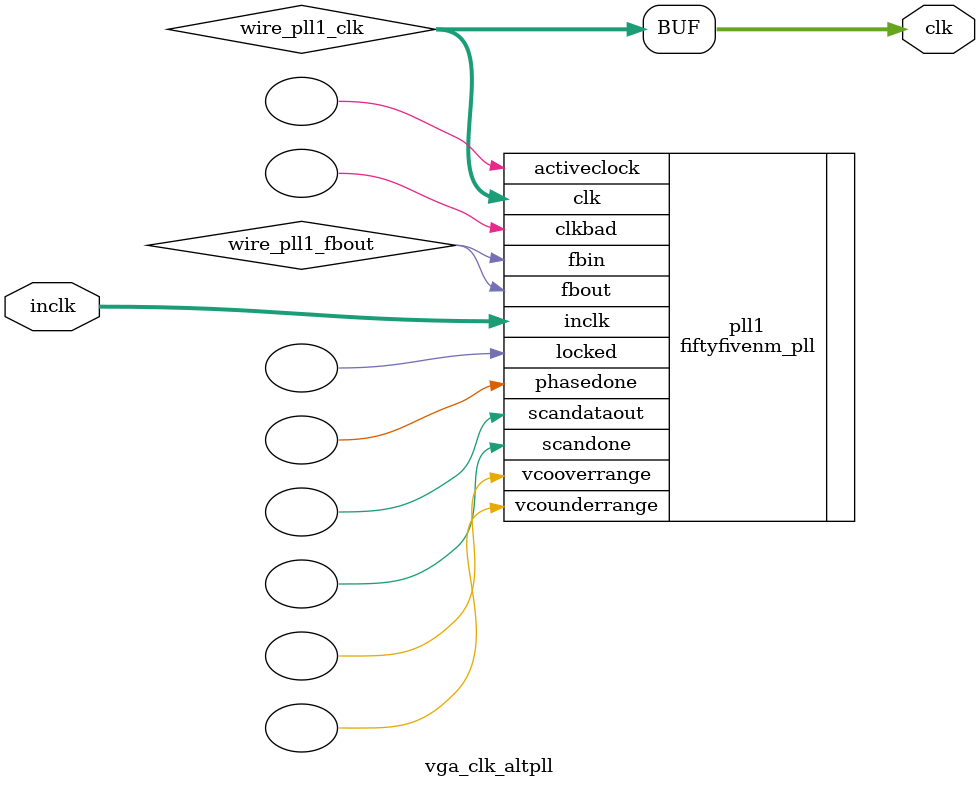
<source format=v>






//synthesis_resources = fiftyfivenm_pll 1 
//synopsys translate_off
`timescale 1 ps / 1 ps
//synopsys translate_on
module  vga_clk_altpll
	( 
	clk,
	inclk) /* synthesis synthesis_clearbox=1 */;
	output   [4:0]  clk;
	input   [1:0]  inclk;
`ifndef ALTERA_RESERVED_QIS
// synopsys translate_off
`endif
	tri0   [1:0]  inclk;
`ifndef ALTERA_RESERVED_QIS
// synopsys translate_on
`endif

	wire  [4:0]   wire_pll1_clk;
	wire  wire_pll1_fbout;

	fiftyfivenm_pll   pll1
	( 
	.activeclock(),
	.clk(wire_pll1_clk),
	.clkbad(),
	.fbin(wire_pll1_fbout),
	.fbout(wire_pll1_fbout),
	.inclk(inclk),
	.locked(),
	.phasedone(),
	.scandataout(),
	.scandone(),
	.vcooverrange(),
	.vcounderrange()
	`ifndef FORMAL_VERIFICATION
	// synopsys translate_off
	`endif
	,
	.areset(1'b0),
	.clkswitch(1'b0),
	.configupdate(1'b0),
	.pfdena(1'b1),
	.phasecounterselect({3{1'b0}}),
	.phasestep(1'b0),
	.phaseupdown(1'b0),
	.scanclk(1'b0),
	.scanclkena(1'b1),
	.scandata(1'b0)
	`ifndef FORMAL_VERIFICATION
	// synopsys translate_on
	`endif
	);
	defparam
		pll1.bandwidth_type = "auto",
		pll1.clk0_divide_by = 2,
		pll1.clk0_duty_cycle = 50,
		pll1.clk0_multiply_by = 1,
		pll1.clk0_phase_shift = "0",
		pll1.compensate_clock = "clk0",
		pll1.inclk0_input_frequency = 20000,
		pll1.operation_mode = "normal",
		pll1.pll_type = "auto",
		pll1.lpm_type = "fiftyfivenm_pll";
	assign
		clk = {wire_pll1_clk[4:0]};
endmodule //vga_clk_altpll
//VALID FILE

</source>
